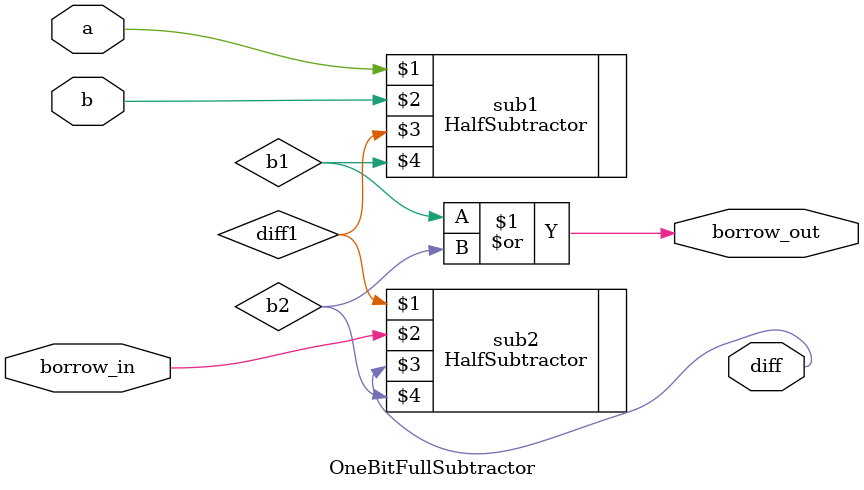
<source format=v>
module OneBitFullSubtractor(
	input a,
	input b,
	input borrow_in,
	output diff,
	output borrow_out
);

wire diff1;
wire b1;
wire b2;

HalfSubtractor sub1(
	a,
	b,
	diff1,
	b1
);


HalfSubtractor sub2(
	diff1,
	borrow_in,
	diff,
	b2
);

or(borrow_out,b1,b2);


endmodule
</source>
